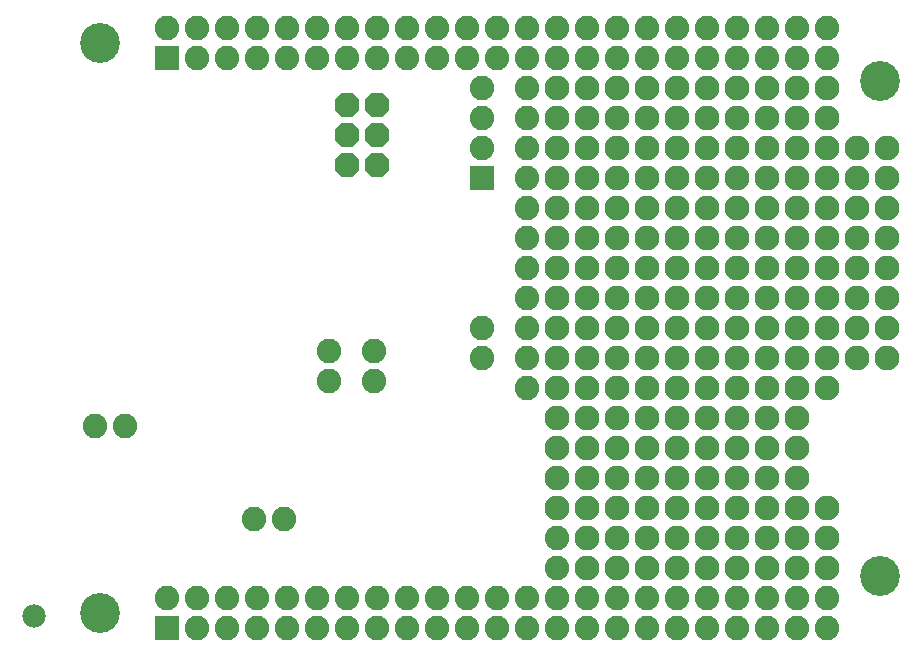
<source format=gbr>
G04 EAGLE Gerber RS-274X export*
G75*
%MOMM*%
%FSLAX34Y34*%
%LPD*%
%INSoldermask Bottom*%
%IPPOS*%
%AMOC8*
5,1,8,0,0,1.08239X$1,22.5*%
G01*
%ADD10C,3.378200*%
%ADD11R,2.082800X2.082800*%
%ADD12C,2.082800*%
%ADD13P,2.254402X8X112.500000*%
%ADD14C,1.981200*%
%ADD15C,2.108200*%


D10*
X146050Y31750D03*
X806450Y63500D03*
X806450Y482600D03*
X146050Y514350D03*
D11*
X203200Y19050D03*
D12*
X203200Y44450D03*
X228600Y19050D03*
X228600Y44450D03*
X254000Y19050D03*
X254000Y44450D03*
X279400Y19050D03*
X279400Y44450D03*
X304800Y19050D03*
X304800Y44450D03*
X330200Y19050D03*
X330200Y44450D03*
X355600Y19050D03*
X355600Y44450D03*
X381000Y19050D03*
X381000Y44450D03*
X406400Y19050D03*
X406400Y44450D03*
X431800Y19050D03*
X431800Y44450D03*
X457200Y19050D03*
X457200Y44450D03*
X482600Y19050D03*
X482600Y44450D03*
X508000Y19050D03*
X508000Y44450D03*
X533400Y19050D03*
X533400Y44450D03*
X558800Y19050D03*
X558800Y44450D03*
X584200Y19050D03*
X584200Y44450D03*
X609600Y19050D03*
X609600Y44450D03*
X635000Y19050D03*
X635000Y44450D03*
X660400Y19050D03*
X660400Y44450D03*
X685800Y19050D03*
X685800Y44450D03*
X711200Y19050D03*
X711200Y44450D03*
X736600Y19050D03*
X736600Y44450D03*
X762000Y19050D03*
X762000Y44450D03*
D11*
X203200Y501650D03*
D12*
X203200Y527050D03*
X228600Y501650D03*
X228600Y527050D03*
X254000Y501650D03*
X254000Y527050D03*
X279400Y501650D03*
X279400Y527050D03*
X304800Y501650D03*
X304800Y527050D03*
X330200Y501650D03*
X330200Y527050D03*
X355600Y501650D03*
X355600Y527050D03*
X381000Y501650D03*
X381000Y527050D03*
X406400Y501650D03*
X406400Y527050D03*
X431800Y501650D03*
X431800Y527050D03*
X457200Y501650D03*
X457200Y527050D03*
X482600Y501650D03*
X482600Y527050D03*
X508000Y501650D03*
X508000Y527050D03*
X533400Y501650D03*
X533400Y527050D03*
X558800Y501650D03*
X558800Y527050D03*
X584200Y501650D03*
X584200Y527050D03*
X609600Y501650D03*
X609600Y527050D03*
X635000Y501650D03*
X635000Y527050D03*
X660400Y501650D03*
X660400Y527050D03*
X685800Y501650D03*
X685800Y527050D03*
X711200Y501650D03*
X711200Y527050D03*
X736600Y501650D03*
X736600Y527050D03*
X762000Y501650D03*
X762000Y527050D03*
X378460Y254000D03*
X378460Y228600D03*
X340360Y254000D03*
X340360Y228600D03*
D13*
X381000Y411480D03*
X355600Y411480D03*
X381000Y436880D03*
X355600Y436880D03*
X381000Y462280D03*
X355600Y462280D03*
D12*
X276860Y111760D03*
X302260Y111760D03*
X167640Y190500D03*
X142240Y190500D03*
X508000Y222250D03*
X508000Y247650D03*
X508000Y273050D03*
X508000Y298450D03*
X508000Y323850D03*
X508000Y349250D03*
X508000Y374650D03*
X508000Y400050D03*
X508000Y425450D03*
X508000Y450850D03*
X508000Y476250D03*
D11*
X469900Y400050D03*
D12*
X469900Y425450D03*
X469900Y450850D03*
X469900Y476250D03*
X533400Y69850D03*
X533400Y95250D03*
X469900Y273050D03*
X469900Y247650D03*
D14*
X90170Y29210D03*
D15*
X533400Y476250D03*
X558800Y476250D03*
X584200Y476250D03*
X609600Y476250D03*
X635000Y476250D03*
X660400Y476250D03*
X685800Y476250D03*
X711200Y476250D03*
X736600Y476250D03*
X762000Y476250D03*
X533400Y450850D03*
X558800Y450850D03*
X584200Y450850D03*
X609600Y450850D03*
X635000Y450850D03*
X660400Y450850D03*
X685800Y450850D03*
X711200Y450850D03*
X736600Y450850D03*
X762000Y450850D03*
X533400Y425450D03*
X558800Y425450D03*
X584200Y425450D03*
X609600Y425450D03*
X635000Y425450D03*
X660400Y425450D03*
X685800Y425450D03*
X711200Y425450D03*
X736600Y425450D03*
X762000Y425450D03*
X787400Y425450D03*
X533400Y400050D03*
X558800Y400050D03*
X584200Y400050D03*
X609600Y400050D03*
X635000Y400050D03*
X660400Y400050D03*
X685800Y400050D03*
X711200Y400050D03*
X736600Y400050D03*
X762000Y400050D03*
X787400Y400050D03*
X533400Y374650D03*
X558800Y374650D03*
X584200Y374650D03*
X609600Y374650D03*
X635000Y374650D03*
X660400Y374650D03*
X685800Y374650D03*
X711200Y374650D03*
X736600Y374650D03*
X762000Y374650D03*
X787400Y374650D03*
X812800Y425450D03*
X812800Y374650D03*
X812800Y400050D03*
X533400Y349250D03*
X558800Y349250D03*
X584200Y349250D03*
X609600Y349250D03*
X635000Y349250D03*
X660400Y349250D03*
X685800Y349250D03*
X711200Y349250D03*
X736600Y349250D03*
X762000Y349250D03*
X787400Y349250D03*
X812800Y349250D03*
X533400Y323850D03*
X558800Y323850D03*
X584200Y323850D03*
X609600Y323850D03*
X635000Y323850D03*
X660400Y323850D03*
X685800Y323850D03*
X711200Y323850D03*
X736600Y323850D03*
X762000Y323850D03*
X787400Y323850D03*
X812800Y323850D03*
X533400Y298450D03*
X558800Y298450D03*
X584200Y298450D03*
X609600Y298450D03*
X635000Y298450D03*
X660400Y298450D03*
X685800Y298450D03*
X711200Y298450D03*
X736600Y298450D03*
X762000Y298450D03*
X787400Y298450D03*
X812800Y298450D03*
X533400Y273050D03*
X558800Y273050D03*
X584200Y273050D03*
X609600Y273050D03*
X635000Y273050D03*
X660400Y273050D03*
X685800Y273050D03*
X711200Y273050D03*
X736600Y273050D03*
X762000Y273050D03*
X787400Y273050D03*
X812800Y273050D03*
X533400Y247650D03*
X558800Y247650D03*
X584200Y247650D03*
X609600Y247650D03*
X635000Y247650D03*
X660400Y247650D03*
X685800Y247650D03*
X711200Y247650D03*
X736600Y247650D03*
X762000Y247650D03*
X787400Y247650D03*
X812800Y247650D03*
X533400Y222250D03*
X558800Y222250D03*
X584200Y222250D03*
X609600Y222250D03*
X635000Y222250D03*
X660400Y222250D03*
X685800Y222250D03*
X711200Y222250D03*
X736600Y222250D03*
X762000Y222250D03*
X533400Y196850D03*
X558800Y196850D03*
X584200Y196850D03*
X609600Y196850D03*
X635000Y196850D03*
X660400Y196850D03*
X685800Y196850D03*
X711200Y196850D03*
X736600Y196850D03*
X533400Y171450D03*
X558800Y171450D03*
X584200Y171450D03*
X609600Y171450D03*
X635000Y171450D03*
X660400Y171450D03*
X685800Y171450D03*
X711200Y171450D03*
X736600Y171450D03*
X533400Y146050D03*
X558800Y146050D03*
X584200Y146050D03*
X609600Y146050D03*
X635000Y146050D03*
X660400Y146050D03*
X685800Y146050D03*
X711200Y146050D03*
X736600Y146050D03*
X533400Y120650D03*
X558800Y120650D03*
X584200Y120650D03*
X609600Y120650D03*
X635000Y120650D03*
X660400Y120650D03*
X685800Y120650D03*
X711200Y120650D03*
X736600Y120650D03*
X762000Y120650D03*
X558800Y95250D03*
X584200Y95250D03*
X609600Y95250D03*
X635000Y95250D03*
X660400Y95250D03*
X685800Y95250D03*
X711200Y95250D03*
X736600Y95250D03*
X762000Y95250D03*
X558800Y69850D03*
X584200Y69850D03*
X609600Y69850D03*
X635000Y69850D03*
X660400Y69850D03*
X685800Y69850D03*
X711200Y69850D03*
X736600Y69850D03*
X762000Y69850D03*
M02*

</source>
